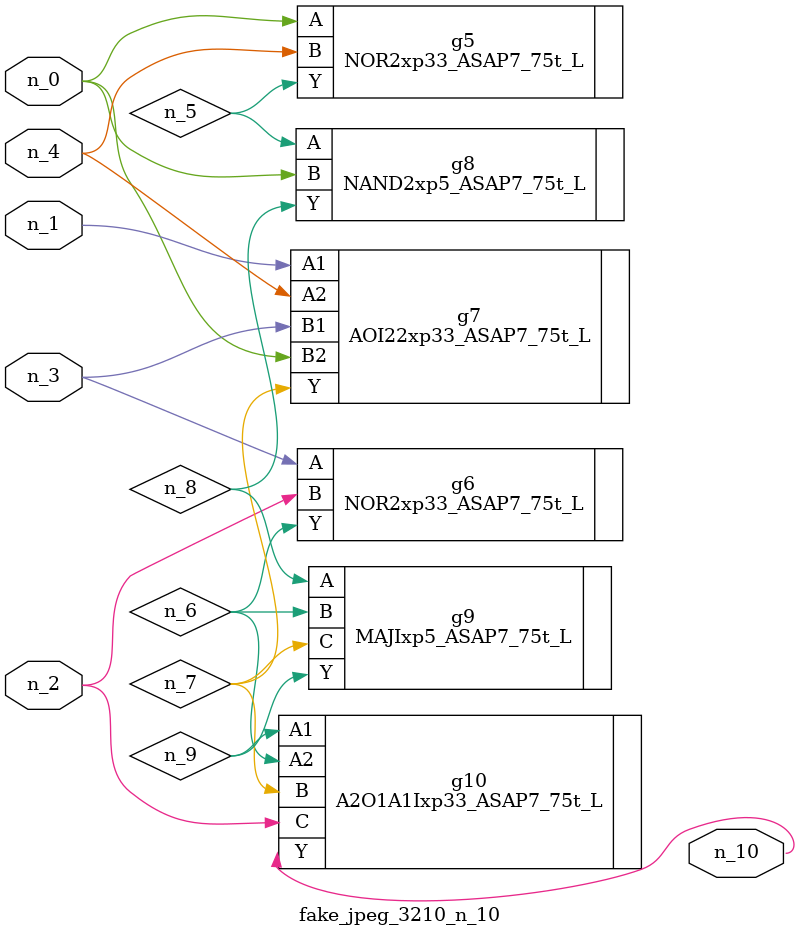
<source format=v>
module fake_jpeg_3210_n_10 (n_3, n_2, n_1, n_0, n_4, n_10);

input n_3;
input n_2;
input n_1;
input n_0;
input n_4;

output n_10;

wire n_8;
wire n_9;
wire n_6;
wire n_5;
wire n_7;

NOR2xp33_ASAP7_75t_L g5 ( 
.A(n_0),
.B(n_4),
.Y(n_5)
);

NOR2xp33_ASAP7_75t_L g6 ( 
.A(n_3),
.B(n_2),
.Y(n_6)
);

AOI22xp33_ASAP7_75t_L g7 ( 
.A1(n_1),
.A2(n_4),
.B1(n_3),
.B2(n_0),
.Y(n_7)
);

NAND2xp5_ASAP7_75t_L g8 ( 
.A(n_5),
.B(n_0),
.Y(n_8)
);

MAJIxp5_ASAP7_75t_L g9 ( 
.A(n_8),
.B(n_6),
.C(n_7),
.Y(n_9)
);

A2O1A1Ixp33_ASAP7_75t_L g10 ( 
.A1(n_9),
.A2(n_6),
.B(n_7),
.C(n_2),
.Y(n_10)
);


endmodule
</source>
